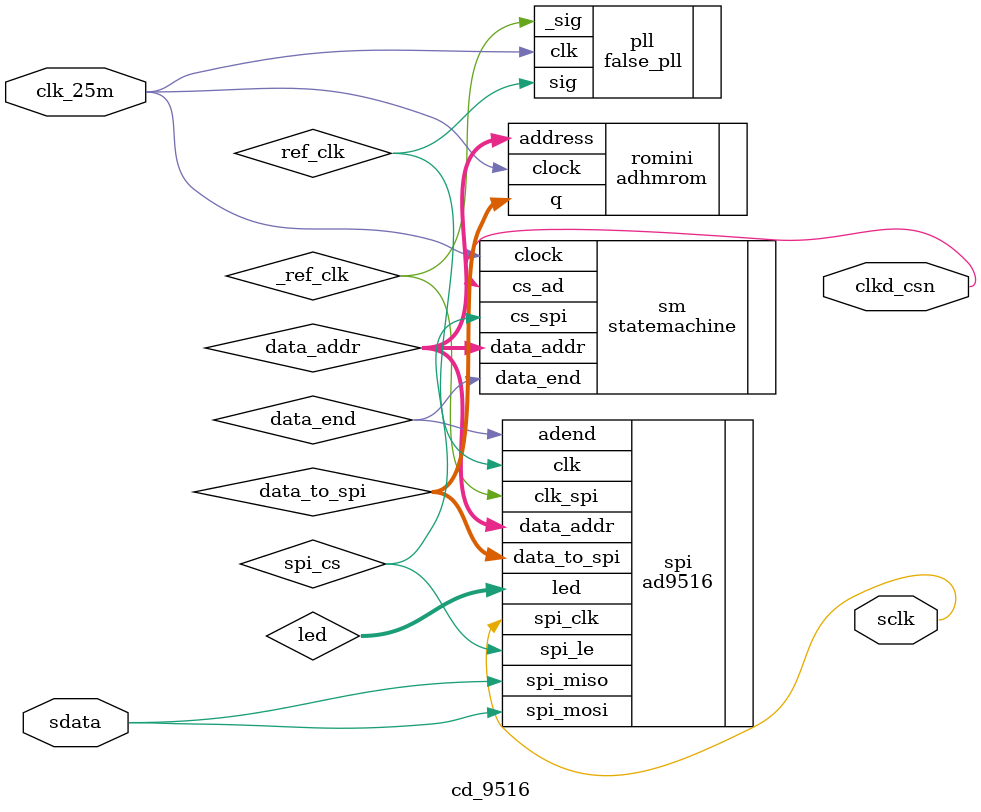
<source format=v>
module cd_9516 (
	// - - - - - - - - - - - - - - - - //
	// external clock                  //
	// - - - - - - - - - - - - - - - - //
	input			clk_25m,

	// - - - - - - - - - - - - - - - - //
	// ad9516-0 clock distribution     //
	// - - - - - - - - - - - - - - - - //
	output		clkd_csn,
		
	// - - - - - - - - - - - - - - - - //
	// s25fl128 flash memory           //
	// - - - - - - - - - - - - - - - - //
	
	// - - - - - - - - - - - - - - - - //
	// other for all                   //
	// - - - - - - - - - - - - - - - - //
	inout			sdata,
	output		sclk
);

wire				sys_clk;
wire 	[15:0]	command;
wire 	[7:0]		data;
wire 				ref_clk, _ref_clk;
wire	[7:0] 	led;
wire 				spi_cs;
wire 				data_end;
wire 				hmend;
wire 				ksend;
wire 				hmini;
wire 				ksini;
wire 				cwork;
wire 	[6:0] 	data_addr;
wire 	[23:0] 	data_to_spi;

// assign reset_n = 1;

false_pll pll ( 	//divider clock on 1024
		.clk (clk_25m),
		.sig (ref_clk),
		._sig (_ref_clk)
	); 

statemachine sm (
		.clock (clk_25m), 
		.data_addr (data_addr), 
		.cs_spi (spi_cs), 
		.cs_ad (clkd_csn),
		.data_end (data_end)
	);
	
adhmrom romini (
	.address( data_addr ),
	.clock(clk_25m),
	.q( data_to_spi )
);

ad9516 spi(
		.clk (ref_clk), 
		.clk_spi (_ref_clk), 
		.adend (data_end),
		.data_to_spi (data_to_spi),
		.spi_miso (sdata),
		.spi_mosi (sdata),
		.spi_clk (sclk), 
		.spi_le (spi_cs), 
		.led (led), 
		.data_addr (data_addr)
	);
	
endmodule

</source>
